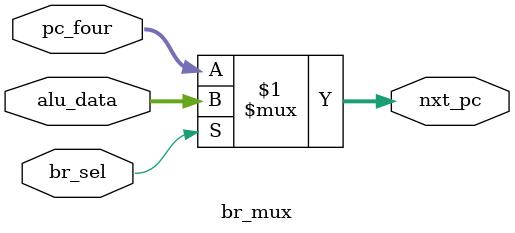
<source format=sv>
module br_mux (
	input br_sel,
	input [12:0] alu_data, pc_four,
	output [12:0] nxt_pc
);

	assign nxt_pc = (br_sel) ? alu_data : pc_four;

endmodule
</source>
